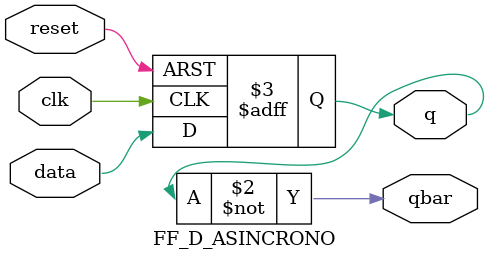
<source format=v>
`timescale 1ns / 1ps

module FF_D_ASINCRONO(reset,clk,data,q,qbar);
   //Entradas
    input data, reset, clk; 
   //Salidas
    output qbar; 
    output reg q;
   
   always @(posedge clk or posedge reset) 
    if (reset)
    begin
        q <= 1'b0;
    end else
    begin
        q <= data;
    end 
   assign qbar = ~q;
endmodule

</source>
